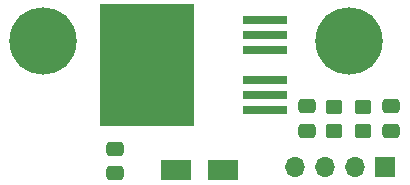
<source format=gbr>
%TF.GenerationSoftware,KiCad,Pcbnew,(6.0.8)*%
%TF.CreationDate,2023-02-11T17:00:45+01:00*%
%TF.ProjectId,BTS50010_TestBoard,42545335-3030-4313-905f-54657374426f,rev?*%
%TF.SameCoordinates,Original*%
%TF.FileFunction,Soldermask,Top*%
%TF.FilePolarity,Negative*%
%FSLAX46Y46*%
G04 Gerber Fmt 4.6, Leading zero omitted, Abs format (unit mm)*
G04 Created by KiCad (PCBNEW (6.0.8)) date 2023-02-11 17:00:45*
%MOMM*%
%LPD*%
G01*
G04 APERTURE LIST*
G04 Aperture macros list*
%AMRoundRect*
0 Rectangle with rounded corners*
0 $1 Rounding radius*
0 $2 $3 $4 $5 $6 $7 $8 $9 X,Y pos of 4 corners*
0 Add a 4 corners polygon primitive as box body*
4,1,4,$2,$3,$4,$5,$6,$7,$8,$9,$2,$3,0*
0 Add four circle primitives for the rounded corners*
1,1,$1+$1,$2,$3*
1,1,$1+$1,$4,$5*
1,1,$1+$1,$6,$7*
1,1,$1+$1,$8,$9*
0 Add four rect primitives between the rounded corners*
20,1,$1+$1,$2,$3,$4,$5,0*
20,1,$1+$1,$4,$5,$6,$7,0*
20,1,$1+$1,$6,$7,$8,$9,0*
20,1,$1+$1,$8,$9,$2,$3,0*%
G04 Aperture macros list end*
%ADD10RoundRect,0.250000X-0.450000X0.350000X-0.450000X-0.350000X0.450000X-0.350000X0.450000X0.350000X0*%
%ADD11RoundRect,0.250000X0.450000X-0.350000X0.450000X0.350000X-0.450000X0.350000X-0.450000X-0.350000X0*%
%ADD12C,5.700000*%
%ADD13C,3.600000*%
%ADD14RoundRect,0.250000X0.475000X-0.337500X0.475000X0.337500X-0.475000X0.337500X-0.475000X-0.337500X0*%
%ADD15RoundRect,0.250000X-0.475000X0.337500X-0.475000X-0.337500X0.475000X-0.337500X0.475000X0.337500X0*%
%ADD16R,3.700000X0.800000*%
%ADD17R,8.000000X10.300000*%
%ADD18R,2.500000X1.800000*%
%ADD19R,1.700000X1.700000*%
%ADD20O,1.700000X1.700000*%
G04 APERTURE END LIST*
D10*
%TO.C,R1*%
X60198000Y-36608000D03*
X60198000Y-38608000D03*
%TD*%
D11*
%TO.C,R2*%
X62600250Y-38608000D03*
X62600250Y-36608000D03*
%TD*%
D12*
%TO.C,H2*%
X61468000Y-30988000D03*
D13*
X61468000Y-30988000D03*
%TD*%
D14*
%TO.C,C2*%
X41656000Y-40132000D03*
X41656000Y-42207000D03*
%TD*%
D15*
%TO.C,C1*%
X57912000Y-36533000D03*
X57912000Y-38608000D03*
%TD*%
D13*
%TO.C,H1*%
X35560000Y-30988000D03*
D12*
X35560000Y-30988000D03*
%TD*%
D14*
%TO.C,C3*%
X65024000Y-38608000D03*
X65024000Y-36533000D03*
%TD*%
D16*
%TO.C,U1*%
X54335000Y-36830000D03*
X54335000Y-35560000D03*
X54335000Y-34290000D03*
X54335000Y-31750000D03*
X54335000Y-30480000D03*
X54335000Y-29210000D03*
D17*
X44335000Y-33020000D03*
%TD*%
D18*
%TO.C,D1*%
X46800000Y-41910000D03*
X50800000Y-41910000D03*
%TD*%
D19*
%TO.C,J1*%
X64516000Y-41656000D03*
D20*
X61976000Y-41656000D03*
X59436000Y-41656000D03*
X56896000Y-41656000D03*
%TD*%
M02*

</source>
